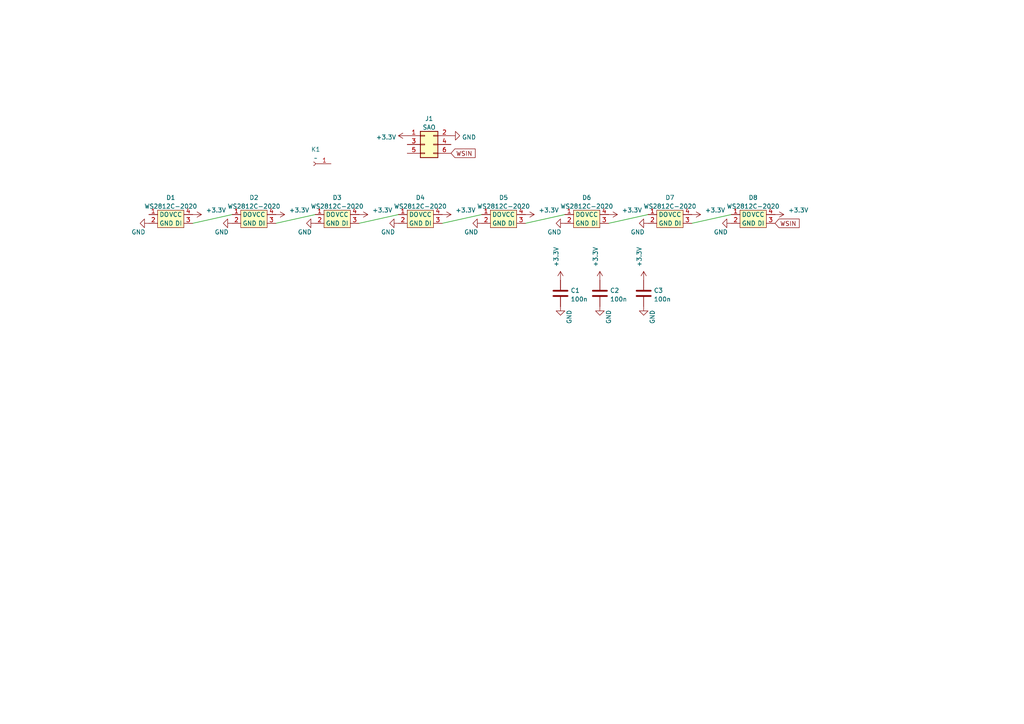
<source format=kicad_sch>
(kicad_sch (version 20211123) (generator eeschema)
  (paper "A4")
  (lib_symbols
    (symbol "Connector:Conn_01x01_Female" (pin_names (offset 1.016) hide)
      (property "Reference" "J" (at 0 2.54 0))
      (property "Value" "Conn_01x01_Female" (at 0 -2.54 0))
      (symbol "Conn_01x01_Female_1_1"
        (polyline (pts (xy -1.27 0) (xy -0.508 0)) (stroke (width 0.1524)))
        (arc (start 0 0.508) (mid -0.508 0) (end 0 -0.508) (stroke (width 0.1524)))
        (pin passive line (at -5.08 0 0) (length 3.81) (name "Pin_1") (number "1"))
      )
    )
    (symbol "Connector_Generic:Conn_02x03_Odd_Even" (pin_names (offset 1.016) hide)
      (property "Reference" "J" (at 1.27 5.08 0))
      (property "Value" "Conn_02x03_Odd_Even" (at 1.27 -5.08 0))
      (symbol "Conn_02x03_Odd_Even_1_1"
        (rectangle (start -1.27 -2.413) (end 0 -2.667) (stroke (width 0.1524)))
        (rectangle (start -1.27 0.127) (end 0 -0.127) (stroke (width 0.1524)))
        (rectangle (start -1.27 2.667) (end 0 2.413) (stroke (width 0.1524)))
        (rectangle (start -1.27 3.81) (end 3.81 -3.81) (stroke (width 0.254)) (fill (type background)))
        (rectangle (start 3.81 -2.413) (end 2.54 -2.667) (stroke (width 0.1524)))
        (rectangle (start 3.81 0.127) (end 2.54 -0.127) (stroke (width 0.1524)))
        (rectangle (start 3.81 2.667) (end 2.54 2.413) (stroke (width 0.1524)))
        (pin passive line (at -5.08 2.54 0) (length 3.81) (name "Pin_1") (number "1"))
        (pin passive line (at 7.62 2.54 180) (length 3.81) (name "Pin_2") (number "2"))
        (pin passive line (at -5.08 0 0) (length 3.81) (name "Pin_3") (number "3"))
        (pin passive line (at 7.62 0 180) (length 3.81) (name "Pin_4") (number "4"))
        (pin passive line (at -5.08 -2.54 0) (length 3.81) (name "Pin_5") (number "5"))
        (pin passive line (at 7.62 -2.54 180) (length 3.81) (name "Pin_6") (number "6"))
      )
    )
    (symbol "Device:C" (pin_numbers hide) (pin_names (offset 0.254))
      (property "Reference" "C" (at 0.635 2.54 0))
      (property "Value" "C" (at 0.635 -2.54 0))
      (symbol "C_0_1"
        (polyline (pts (xy -2.032 -0.762) (xy 2.032 -0.762)) (stroke (width 0.508)))
        (polyline (pts (xy -2.032 0.762) (xy 2.032 0.762)) (stroke (width 0.508)))
      )
      (symbol "C_1_1"
        (pin passive line (at 0 3.81 270) (length 2.794) (name "~") (number "1"))
        (pin passive line (at 0 -3.81 90) (length 2.794) (name "~") (number "2"))
      )
    )
    (symbol "Swadge_Parts:WS2812C-2020"
      (property "Reference" "D" (at 0 3.81 0))
      (property "Value" "WS2812C-2020" (at 0 -3.81 0))
      (symbol "WS2812C-2020_0_1"
        (rectangle (start -3.81 2.54) (end 3.81 -2.54) (stroke (width 0.1524)) (fill (type background)))
      )
      (symbol "WS2812C-2020_1_1"
        (pin output line (at -6.35 1.27 0) (length 2.54) (name "DO") (number "1"))
        (pin bidirectional line (at -6.35 -1.27 0) (length 2.54) (name "GND") (number "2"))
        (pin input line (at 6.35 -1.27 180) (length 2.54) (name "DI") (number "3"))
        (pin bidirectional line (at 6.35 1.27 180) (length 2.54) (name "VCC") (number "4"))
      )
    )
    (symbol "power:+3.3V" (power) (pin_names (offset 0))
      (property "Value" "+3.3V" (at 0 3.556 0))
      (symbol "+3.3V_0_1"
        (polyline (pts (xy -0.762 1.27) (xy 0 2.54)))
        (polyline (pts (xy 0 0) (xy 0 2.54)))
        (polyline (pts (xy 0 2.54) (xy 0.762 1.27)))
      )
      (symbol "+3.3V_1_1"
        (pin power_in line (at 0 0 90) (length 0) hide (name "+3.3V") (number "1"))
      )
    )
    (symbol "power:GND" (power) (pin_names (offset 0))
      (property "Value" "GND" (at 0 -3.81 0))
      (symbol "GND_0_1"
        (polyline (pts (xy 0 0) (xy 0 -1.27) (xy 1.27 -1.27) (xy 0 -2.54) (xy -1.27 -1.27) (xy 0 -1.27)))
      )
      (symbol "GND_1_1"
        (pin power_in line (at 0 0 270) (length 0) hide (name "GND") (number "1"))
      )
    )
  )
  (wire (pts (xy 212.09 62.23) (xy 200.66 64.77)))
  (wire (pts (xy 115.57 62.23) (xy 104.14 64.77)))
  (wire (pts (xy 163.83 62.23) (xy 152.4 64.77)))
  (wire (pts (xy 139.7 62.23) (xy 128.27 64.77)))
  (wire (pts (xy 91.44 62.23) (xy 80.01 64.77)))
  (wire (pts (xy 187.96 62.23) (xy 176.53 64.77)))
  (wire (pts (xy 67.31 62.23) (xy 55.88 64.77)))
  (global_label "WSIN" (shape input) (at 224.79 64.77 0) (property "Intersheet References" "${INTERSHEET_REFS}" (effects hide)))
  (global_label "WSIN" (shape input) (at 130.81 44.45 0) (property "Intersheet References" "${INTERSHEET_REFS}" (effects hide)))
  (symbol (lib_id "Device:C") (at 186.69 85.09 0) (unit 1)
    (property "Reference" "C3" (at 189.611 84.2553 0) (effects (justify left)))
    (property "Value" "100n" (at 189.611 86.7922 0) (effects (justify left)))
    (property "Footprint" "Swadge_Parts:C_0603_1608Metric" (effects hide))
    (property "LCSC" "C14663" (effects hide))
  )
  (symbol (lib_id "power:+3.3V") (at 162.56 81.28 0) (unit 1)
    (property "Reference" "#PWR0124" (effects hide))
    (property "Value" "+3.3V" (at 161.29 77.47 90) (effects (justify left)))
  )
  (symbol (lib_id "power:GND") (at 67.31 64.77 270) (unit 1)
    (property "Reference" "#PWR0109" (effects hide))
    (property "Value" "GND" (at 62.23 67.31 90) (effects (justify left)))
  )
  (symbol (lib_id "Device:C") (at 173.99 85.09 0) (unit 1)
    (property "Reference" "C2" (at 176.911 84.2553 0) (effects (justify left)))
    (property "Value" "100n" (at 176.911 86.7922 0) (effects (justify left)))
    (property "Footprint" "Swadge_Parts:C_0603_1608Metric" (effects hide))
    (property "LCSC" "C14663" (effects hide))
  )
  (symbol (lib_id "power:GND") (at 173.99 88.9 0) (unit 1)
    (property "Reference" "#PWR0122" (effects hide))
    (property "Value" "GND" (at 176.53 93.98 90) (effects (justify left)))
  )
  (symbol (lib_id "power:+3.3V") (at 200.66 62.23 270) (unit 1)
    (property "Reference" "#PWR0116" (effects hide))
    (property "Value" "+3.3V" (at 204.47 60.96 90) (effects (justify left)))
  )
  (symbol (lib_id "Connector_Generic:Conn_02x03_Odd_Even") (at 123.19 41.91 0) (unit 1)
    (property "Reference" "J1" (at 124.46 34.4002 0))
    (property "Value" "SAO" (at 124.46 36.9371 0))
    (property "Footprint" "Swadge_Parts:PinHeader_2x03_P2.54mm_Vertical" (effects hide))
    (property "LCSC" "C65114" (effects hide))
  )
  (symbol (lib_id "Device:C") (at 162.56 85.09 0) (unit 1)
    (property "Reference" "C1" (at 165.481 84.2553 0) (effects (justify left)))
    (property "Value" "100n" (at 165.481 86.7922 0) (effects (justify left)))
    (property "Footprint" "Swadge_Parts:C_0603_1608Metric" (effects hide))
    (property "LCSC" "C14663" (effects hide))
  )
  (symbol (lib_id "power:GND") (at 163.83 64.77 270) (unit 1)
    (property "Reference" "#PWR0114" (effects hide))
    (property "Value" "GND" (at 158.75 67.31 90) (effects (justify left)))
  )
  (symbol (lib_id "power:GND") (at 43.18 64.77 270) (unit 1)
    (property "Reference" "#PWR0111" (effects hide))
    (property "Value" "GND" (at 38.1 67.31 90) (effects (justify left)))
  )
  (symbol (lib_id "power:+3.3V") (at 224.79 62.23 270) (unit 1)
    (property "Reference" "#PWR0113" (effects hide))
    (property "Value" "+3.3V" (at 228.6 60.96 90) (effects (justify left)))
  )
  (symbol (lib_id "power:GND") (at 212.09 64.77 270) (unit 1)
    (property "Reference" "#PWR0112" (effects hide))
    (property "Value" "GND" (at 207.01 67.31 90) (effects (justify left)))
  )
  (symbol (lib_id "Swadge_Parts:WS2812C-2020") (at 170.18 63.5 0) (unit 1)
    (property "Reference" "D6" (at 170.18 57.311 0))
    (property "Value" "WS2812C-2020" (at 170.18 59.8479 0))
    (property "Footprint" "Swadge_Parts:WS2812C-2020" (effects hide))
    (property "LCSC" "C2976072" (effects hide))
  )
  (symbol (lib_id "Swadge_Parts:WS2812C-2020") (at 73.66 63.5 0) (unit 1)
    (property "Reference" "D2" (at 73.66 57.311 0))
    (property "Value" "WS2812C-2020" (at 73.66 59.8479 0))
    (property "Footprint" "Swadge_Parts:WS2812C-2020" (effects hide))
    (property "LCSC" "C2976072" (effects hide))
  )
  (symbol (lib_id "power:GND") (at 130.81 39.37 90) (unit 1)
    (property "Reference" "#PWR0101" (effects hide))
    (property "Value" "GND" (at 133.985 39.8038 90) (effects (justify right)))
  )
  (symbol (lib_id "power:GND") (at 186.69 88.9 0) (unit 1)
    (property "Reference" "#PWR0120" (effects hide))
    (property "Value" "GND" (at 189.23 93.98 90) (effects (justify left)))
  )
  (symbol (lib_id "Swadge_Parts:WS2812C-2020") (at 146.05 63.5 0) (unit 1)
    (property "Reference" "D5" (at 146.05 57.311 0))
    (property "Value" "WS2812C-2020" (at 146.05 59.8479 0))
    (property "Footprint" "Swadge_Parts:WS2812C-2020" (effects hide))
    (property "LCSC" "C2976072" (effects hide))
  )
  (symbol (lib_id "power:+3.3V") (at 173.99 81.28 0) (unit 1)
    (property "Reference" "#PWR0121" (effects hide))
    (property "Value" "+3.3V" (at 172.72 77.47 90) (effects (justify left)))
  )
  (symbol (lib_id "Swadge_Parts:WS2812C-2020") (at 49.53 63.5 0) (unit 1)
    (property "Reference" "D1" (at 49.53 57.311 0))
    (property "Value" "WS2812C-2020" (at 49.53 59.8479 0))
    (property "Footprint" "Swadge_Parts:WS2812C-2020" (effects hide))
    (property "LCSC" "C2976072" (effects hide))
  )
  (symbol (lib_id "power:GND") (at 115.57 64.77 270) (unit 1)
    (property "Reference" "#PWR0103" (effects hide))
    (property "Value" "GND" (at 110.49 67.31 90) (effects (justify left)))
  )
  (symbol (lib_id "power:GND") (at 162.56 88.9 0) (unit 1)
    (property "Reference" "#PWR0123" (effects hide))
    (property "Value" "GND" (at 165.1 93.98 90) (effects (justify left)))
  )
  (symbol (lib_id "power:+3.3V") (at 80.01 62.23 270) (unit 1)
    (property "Reference" "#PWR0107" (effects hide))
    (property "Value" "+3.3V" (at 83.82 60.96 90) (effects (justify left)))
  )
  (symbol (lib_id "power:+3.3V") (at 128.27 62.23 270) (unit 1)
    (property "Reference" "#PWR0105" (effects hide))
    (property "Value" "+3.3V" (at 132.08 60.96 90) (effects (justify left)))
  )
  (symbol (lib_id "power:+3.3V") (at 55.88 62.23 270) (unit 1)
    (property "Reference" "#PWR0110" (effects hide))
    (property "Value" "+3.3V" (at 59.69 60.96 90) (effects (justify left)))
  )
  (symbol (lib_id "power:+3.3V") (at 176.53 62.23 270) (unit 1)
    (property "Reference" "#PWR0117" (effects hide))
    (property "Value" "+3.3V" (at 180.34 60.96 90) (effects (justify left)))
  )
  (symbol (lib_id "Swadge_Parts:WS2812C-2020") (at 194.31 63.5 0) (unit 1)
    (property "Reference" "D7" (at 194.31 57.311 0))
    (property "Value" "WS2812C-2020" (at 194.31 59.8479 0))
    (property "Footprint" "Swadge_Parts:WS2812C-2020" (effects hide))
    (property "LCSC" "C2976072" (effects hide))
  )
  (symbol (lib_id "power:GND") (at 139.7 64.77 270) (unit 1)
    (property "Reference" "#PWR0104" (effects hide))
    (property "Value" "GND" (at 134.62 67.31 90) (effects (justify left)))
  )
  (symbol (lib_id "Connector:Conn_01x01_Female") (at 90.932 47.498 180) (unit 1)
    (property "Reference" "K1" (at 91.567 43.341 0))
    (property "Value" "~" (at 91.567 45.8779 0))
    (property "Footprint" "Swadge_Parts:bananaraptor" (effects hide))
  )
  (symbol (lib_id "Swadge_Parts:WS2812C-2020") (at 121.92 63.5 0) (unit 1)
    (property "Reference" "D4" (at 121.92 57.311 0))
    (property "Value" "WS2812C-2020" (at 121.92 59.8479 0))
    (property "Footprint" "Swadge_Parts:WS2812C-2020" (effects hide))
    (property "LCSC" "C2976072" (effects hide))
  )
  (symbol (lib_id "Swadge_Parts:WS2812C-2020") (at 97.79 63.5 0) (unit 1)
    (property "Reference" "D3" (at 97.79 57.311 0))
    (property "Value" "WS2812C-2020" (at 97.79 59.8479 0))
    (property "Footprint" "Swadge_Parts:WS2812C-2020" (effects hide))
    (property "LCSC" "C2976072" (effects hide))
  )
  (symbol (lib_id "power:+3.3V") (at 118.11 39.37 90) (unit 1)
    (property "Reference" "#PWR0102" (effects hide))
    (property "Value" "+3.3V" (at 114.935 39.8038 90) (effects (justify left)))
  )
  (symbol (lib_id "power:GND") (at 91.44 64.77 270) (unit 1)
    (property "Reference" "#PWR0108" (effects hide))
    (property "Value" "GND" (at 86.36 67.31 90) (effects (justify left)))
  )
  (symbol (lib_id "power:GND") (at 187.96 64.77 270) (unit 1)
    (property "Reference" "#PWR0118" (effects hide))
    (property "Value" "GND" (at 182.88 67.31 90) (effects (justify left)))
  )
  (symbol (lib_id "power:+3.3V") (at 152.4 62.23 270) (unit 1)
    (property "Reference" "#PWR0115" (effects hide))
    (property "Value" "+3.3V" (at 156.21 60.96 90) (effects (justify left)))
  )
  (symbol (lib_id "power:+3.3V") (at 186.69 81.28 0) (unit 1)
    (property "Reference" "#PWR0119" (effects hide))
    (property "Value" "+3.3V" (at 185.42 77.47 90) (effects (justify left)))
  )
  (symbol (lib_id "Swadge_Parts:WS2812C-2020") (at 218.44 63.5 0) (unit 1)
    (property "Reference" "D8" (at 218.44 57.311 0))
    (property "Value" "WS2812C-2020" (at 218.44 59.8479 0))
    (property "Footprint" "Swadge_Parts:WS2812C-2020" (effects hide))
    (property "LCSC" "C2976072" (effects hide))
  )
  (symbol (lib_id "power:+3.3V") (at 104.14 62.23 270) (unit 1)
    (property "Reference" "#PWR0106" (effects hide))
    (property "Value" "+3.3V" (at 107.95 60.96 90) (effects (justify left)))
  )
)
</source>
